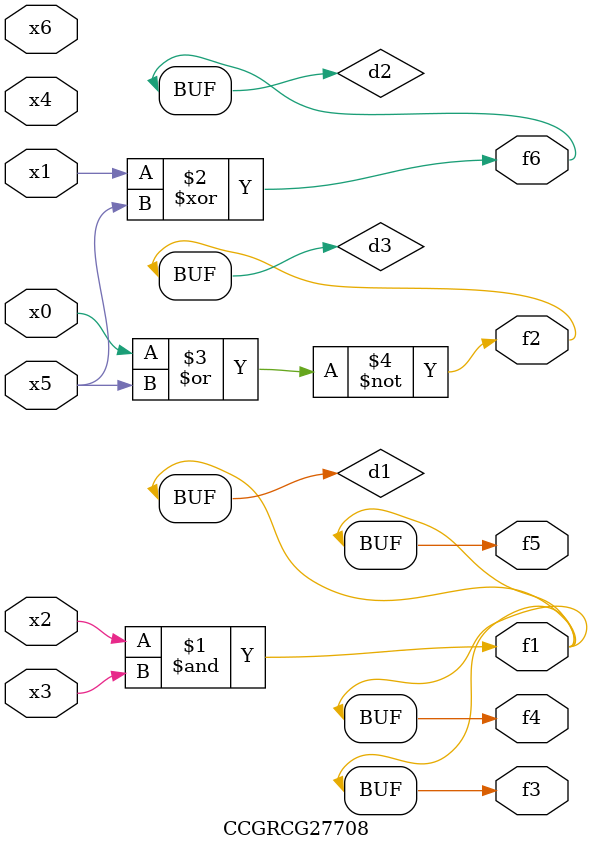
<source format=v>
module CCGRCG27708(
	input x0, x1, x2, x3, x4, x5, x6,
	output f1, f2, f3, f4, f5, f6
);

	wire d1, d2, d3;

	and (d1, x2, x3);
	xor (d2, x1, x5);
	nor (d3, x0, x5);
	assign f1 = d1;
	assign f2 = d3;
	assign f3 = d1;
	assign f4 = d1;
	assign f5 = d1;
	assign f6 = d2;
endmodule

</source>
